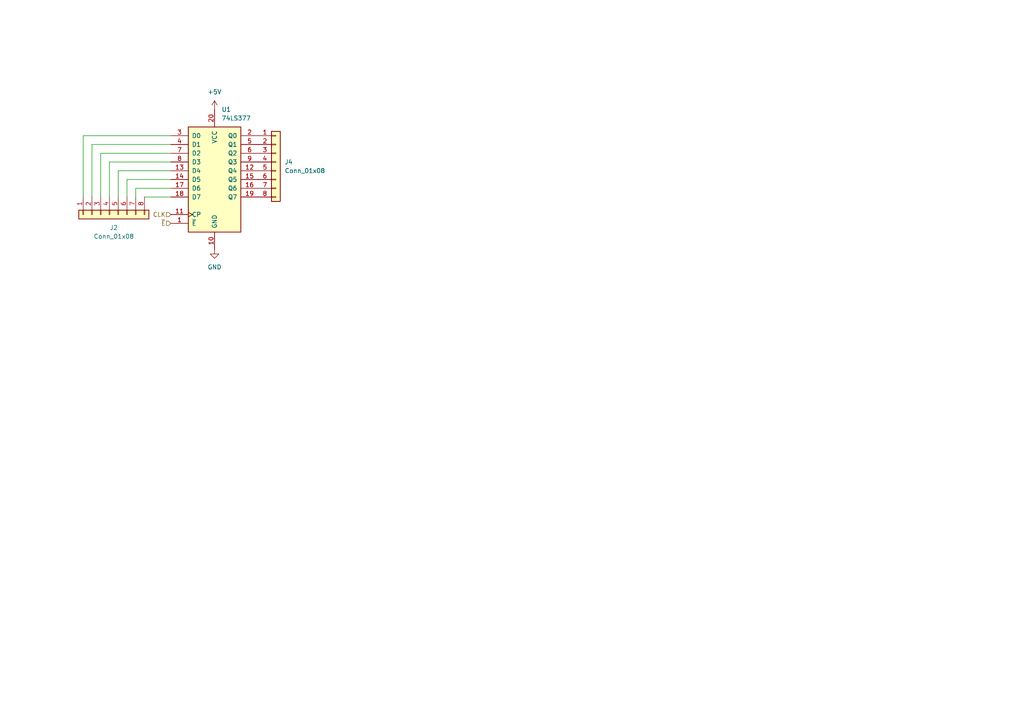
<source format=kicad_sch>
(kicad_sch (version 20211123) (generator eeschema)
  (paper "A4")
  (lib_symbols
    (symbol "74xx:74LS377" (pin_names (offset 1.016))
      (property "Reference" "U" (at -7.62 16.51 0))
      (property "Value" "74LS377" (at -7.62 -16.51 0))
      (symbol "74LS377_1_0"
        (pin input line (at -12.7 -12.7 0) (length 5.08) (name "~{E}") (number "1"))
        (pin power_in line (at 0 -20.32 90) (length 5.08) (name "GND") (number "10"))
        (pin input clock (at -12.7 -10.16 0) (length 5.08) (name "CP") (number "11"))
        (pin output line (at 12.7 2.54 180) (length 5.08) (name "Q4") (number "12"))
        (pin input line (at -12.7 2.54 0) (length 5.08) (name "D4") (number "13"))
        (pin input line (at -12.7 0 0) (length 5.08) (name "D5") (number "14"))
        (pin output line (at 12.7 0 180) (length 5.08) (name "Q5") (number "15"))
        (pin output line (at 12.7 -2.54 180) (length 5.08) (name "Q6") (number "16"))
        (pin input line (at -12.7 -2.54 0) (length 5.08) (name "D6") (number "17"))
        (pin input line (at -12.7 -5.08 0) (length 5.08) (name "D7") (number "18"))
        (pin output line (at 12.7 -5.08 180) (length 5.08) (name "Q7") (number "19"))
        (pin output line (at 12.7 12.7 180) (length 5.08) (name "Q0") (number "2"))
        (pin power_in line (at 0 20.32 270) (length 5.08) (name "VCC") (number "20"))
        (pin input line (at -12.7 12.7 0) (length 5.08) (name "D0") (number "3"))
        (pin input line (at -12.7 10.16 0) (length 5.08) (name "D1") (number "4"))
        (pin output line (at 12.7 10.16 180) (length 5.08) (name "Q1") (number "5"))
        (pin output line (at 12.7 7.62 180) (length 5.08) (name "Q2") (number "6"))
        (pin input line (at -12.7 7.62 0) (length 5.08) (name "D2") (number "7"))
        (pin input line (at -12.7 5.08 0) (length 5.08) (name "D3") (number "8"))
        (pin output line (at 12.7 5.08 180) (length 5.08) (name "Q3") (number "9"))
      )
      (symbol "74LS377_1_1"
        (rectangle (start -7.62 15.24) (end 7.62 -15.24) (stroke (width 0.254)) (fill (type background)))
      )
    )
    (symbol "Connector_Generic:Conn_01x08" (pin_names (offset 1.016) hide)
      (property "Reference" "J" (at 0 10.16 0))
      (property "Value" "Conn_01x08" (at 0 -12.7 0))
      (symbol "Conn_01x08_1_1"
        (rectangle (start -1.27 -10.033) (end 0 -10.287) (stroke (width 0.1524)))
        (rectangle (start -1.27 -7.493) (end 0 -7.747) (stroke (width 0.1524)))
        (rectangle (start -1.27 -4.953) (end 0 -5.207) (stroke (width 0.1524)))
        (rectangle (start -1.27 -2.413) (end 0 -2.667) (stroke (width 0.1524)))
        (rectangle (start -1.27 0.127) (end 0 -0.127) (stroke (width 0.1524)))
        (rectangle (start -1.27 2.667) (end 0 2.413) (stroke (width 0.1524)))
        (rectangle (start -1.27 5.207) (end 0 4.953) (stroke (width 0.1524)))
        (rectangle (start -1.27 7.747) (end 0 7.493) (stroke (width 0.1524)))
        (rectangle (start -1.27 8.89) (end 1.27 -11.43) (stroke (width 0.254)) (fill (type background)))
        (pin passive line (at -5.08 7.62 0) (length 3.81) (name "Pin_1") (number "1"))
        (pin passive line (at -5.08 5.08 0) (length 3.81) (name "Pin_2") (number "2"))
        (pin passive line (at -5.08 2.54 0) (length 3.81) (name "Pin_3") (number "3"))
        (pin passive line (at -5.08 0 0) (length 3.81) (name "Pin_4") (number "4"))
        (pin passive line (at -5.08 -2.54 0) (length 3.81) (name "Pin_5") (number "5"))
        (pin passive line (at -5.08 -5.08 0) (length 3.81) (name "Pin_6") (number "6"))
        (pin passive line (at -5.08 -7.62 0) (length 3.81) (name "Pin_7") (number "7"))
        (pin passive line (at -5.08 -10.16 0) (length 3.81) (name "Pin_8") (number "8"))
      )
    )
    (symbol "power:+5V" (power) (pin_names (offset 0))
      (property "Value" "+5V" (at 0 3.556 0))
      (symbol "+5V_0_1"
        (polyline (pts (xy -0.762 1.27) (xy 0 2.54)))
        (polyline (pts (xy 0 0) (xy 0 2.54)))
        (polyline (pts (xy 0 2.54) (xy 0.762 1.27)))
      )
      (symbol "+5V_1_1"
        (pin power_in line (at 0 0 90) (length 0) hide (name "+5V") (number "1"))
      )
    )
    (symbol "power:GND" (power) (pin_names (offset 0))
      (property "Value" "GND" (at 0 -3.81 0))
      (symbol "GND_0_1"
        (polyline (pts (xy 0 0) (xy 0 -1.27) (xy 1.27 -1.27) (xy 0 -2.54) (xy -1.27 -1.27) (xy 0 -1.27)))
      )
      (symbol "GND_1_1"
        (pin power_in line (at 0 0 270) (length 0) hide (name "GND") (number "1"))
      )
    )
  )
  (wire (pts (xy 31.75 46.99) (xy 49.53 46.99)))
  (wire (pts (xy 26.67 41.91) (xy 49.53 41.91)))
  (wire (pts (xy 39.37 57.15) (xy 39.37 54.61)))
  (wire (pts (xy 31.75 57.15) (xy 31.75 46.99)))
  (wire (pts (xy 34.29 57.15) (xy 34.29 49.53)))
  (wire (pts (xy 24.13 39.37) (xy 24.13 57.15)))
  (wire (pts (xy 24.13 39.37) (xy 49.53 39.37)))
  (wire (pts (xy 39.37 54.61) (xy 49.53 54.61)))
  (wire (pts (xy 29.21 57.15) (xy 29.21 44.45)))
  (wire (pts (xy 36.83 57.15) (xy 36.83 52.07)))
  (wire (pts (xy 29.21 44.45) (xy 49.53 44.45)))
  (wire (pts (xy 41.91 57.15) (xy 49.53 57.15)))
  (wire (pts (xy 36.83 52.07) (xy 49.53 52.07)))
  (wire (pts (xy 34.29 49.53) (xy 49.53 49.53)))
  (wire (pts (xy 26.67 57.15) (xy 26.67 41.91)))
  (hierarchical_label "~{E}" (shape input) (at 49.53 64.77 180))
  (hierarchical_label "CLK" (shape input) (at 49.53 62.23 180))
  (symbol (lib_id "power:GND") (at 62.23 72.39 0) (unit 1)
    (property "Reference" "#PWR0104" (effects hide))
    (property "Value" "GND" (at 62.23 77.47 0))
  )
  (symbol (lib_id "Connector_Generic:Conn_01x08") (at 80.01 46.99 0) (unit 1)
    (property "Reference" "J4" (at 82.55 46.9899 0) (effects (justify left)))
    (property "Value" "Conn_01x08" (at 82.55 49.5299 0) (effects (justify left)))
    (property "Footprint" "Connector_PinHeader_2.54mm:PinHeader_1x08_P2.54mm_Vertical_SMD_Pin1Left" (effects hide))
  )
  (symbol (lib_id "Connector_Generic:Conn_01x08") (at 31.75 62.23 90) (mirror x) (unit 1)
    (property "Reference" "J2" (at 33.02 66.04 90))
    (property "Value" "Conn_01x08" (at 33.02 68.58 90))
    (property "Footprint" "Connector_PinHeader_2.54mm:PinHeader_1x08_P2.54mm_Vertical_SMD_Pin1Left" (effects hide))
  )
  (symbol (lib_id "power:+5V") (at 62.23 31.75 0) (unit 1)
    (property "Reference" "#PWR0106" (effects hide))
    (property "Value" "+5V" (at 62.23 26.67 0))
  )
  (symbol (lib_id "74xx:74LS377") (at 62.23 52.07 0) (unit 1)
    (property "Reference" "U1" (at 64.2494 31.75 0) (effects (justify left)))
    (property "Value" "74LS377" (at 64.2494 34.29 0) (effects (justify left)))
    (property "Footprint" "Package_DIP:DIP-20_W8.89mm_SMDSocket_LongPads" (effects hide))
    (property "Datasheet" "http://www.ti.com/lit/gpn/sn74LS377" (effects hide))
  )
)
</source>
